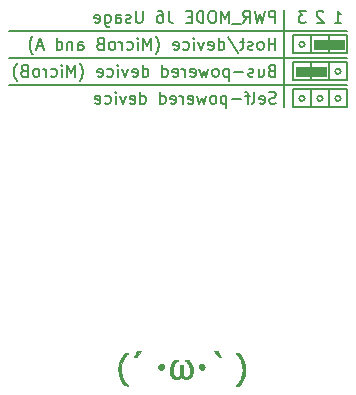
<source format=gbo>
G04 #@! TF.GenerationSoftware,KiCad,Pcbnew,5.1.5*
G04 #@! TF.CreationDate,2020-02-24T15:17:29+03:00*
G04 #@! TF.ProjectId,max3421eboard,6d617833-3432-4316-9562-6f6172642e6b,rev?*
G04 #@! TF.SameCoordinates,Original*
G04 #@! TF.FileFunction,Legend,Bot*
G04 #@! TF.FilePolarity,Positive*
%FSLAX46Y46*%
G04 Gerber Fmt 4.6, Leading zero omitted, Abs format (unit mm)*
G04 Created by KiCad (PCBNEW 5.1.5) date 2020-02-24 15:17:29*
%MOMM*%
%LPD*%
G04 APERTURE LIST*
%ADD10C,0.150000*%
%ADD11C,0.100000*%
%ADD12C,0.010000*%
G04 APERTURE END LIST*
D10*
X56515000Y-62865000D02*
X27940000Y-62865000D01*
X51181000Y-69342000D02*
X51181000Y-61087000D01*
X27940000Y-67437000D02*
X56515000Y-67437000D01*
X56515000Y-65151000D02*
X27940000Y-65151000D01*
D11*
G36*
X52197000Y-66675000D02*
G01*
X54737000Y-66675000D01*
X54737000Y-65913000D01*
X52197000Y-65913000D01*
X52197000Y-66675000D01*
G37*
X52197000Y-66675000D02*
X54737000Y-66675000D01*
X54737000Y-65913000D01*
X52197000Y-65913000D01*
X52197000Y-66675000D01*
G36*
X53721000Y-64389000D02*
G01*
X56261000Y-64389000D01*
X56261000Y-63627000D01*
X53721000Y-63627000D01*
X53721000Y-64389000D01*
G37*
X53721000Y-64389000D02*
X56261000Y-64389000D01*
X56261000Y-63627000D01*
X53721000Y-63627000D01*
X53721000Y-64389000D01*
D10*
X54457953Y-68580000D02*
G75*
G03X54457953Y-68580000I-228953J0D01*
G01*
X53467000Y-67818000D02*
X53467000Y-69342000D01*
X56515000Y-69342000D02*
X56515000Y-67818000D01*
X54991000Y-67818000D02*
X54991000Y-69342000D01*
X55981953Y-68580000D02*
G75*
G03X55981953Y-68580000I-228953J0D01*
G01*
X51943000Y-69342000D02*
X56515000Y-69342000D01*
X52933953Y-68580000D02*
G75*
G03X52933953Y-68580000I-228953J0D01*
G01*
X56515000Y-67818000D02*
X54991000Y-67818000D01*
X51943000Y-67818000D02*
X51943000Y-69342000D01*
X56515000Y-67818000D02*
X51943000Y-67818000D01*
X54457953Y-66294000D02*
G75*
G03X54457953Y-66294000I-228953J0D01*
G01*
X53467000Y-65532000D02*
X53467000Y-67056000D01*
X56515000Y-67056000D02*
X56515000Y-65532000D01*
X54991000Y-65532000D02*
X54991000Y-67056000D01*
X55981953Y-66294000D02*
G75*
G03X55981953Y-66294000I-228953J0D01*
G01*
X51943000Y-67056000D02*
X56515000Y-67056000D01*
X52933953Y-66294000D02*
G75*
G03X52933953Y-66294000I-228953J0D01*
G01*
X56515000Y-65532000D02*
X54991000Y-65532000D01*
X51943000Y-65532000D02*
X51943000Y-67056000D01*
X56515000Y-65532000D02*
X51943000Y-65532000D01*
X52933953Y-64008000D02*
G75*
G03X52933953Y-64008000I-228953J0D01*
G01*
X54457953Y-64008000D02*
G75*
G03X54457953Y-64008000I-228953J0D01*
G01*
X55981953Y-64008000D02*
G75*
G03X55981953Y-64008000I-228953J0D01*
G01*
X53467000Y-63246000D02*
X53467000Y-64770000D01*
X54991000Y-63246000D02*
X54991000Y-64770000D01*
X56515000Y-63246000D02*
X54991000Y-63246000D01*
X56515000Y-64770000D02*
X56515000Y-63246000D01*
X51943000Y-64770000D02*
X56515000Y-64770000D01*
X51943000Y-63246000D02*
X51943000Y-64770000D01*
X56515000Y-63246000D02*
X51943000Y-63246000D01*
D12*
G36*
X38760400Y-89997458D02*
G01*
X38636759Y-90251369D01*
X38513117Y-90505280D01*
X38693720Y-90505280D01*
X38736804Y-90446860D01*
X38755396Y-90421703D01*
X38783723Y-90383443D01*
X38819404Y-90335290D01*
X38860060Y-90280455D01*
X38903312Y-90222149D01*
X38925048Y-90192860D01*
X39070208Y-89997280D01*
X38760400Y-89997458D01*
G37*
X38760400Y-89997458D02*
X38636759Y-90251369D01*
X38513117Y-90505280D01*
X38693720Y-90505280D01*
X38736804Y-90446860D01*
X38755396Y-90421703D01*
X38783723Y-90383443D01*
X38819404Y-90335290D01*
X38860060Y-90280455D01*
X38903312Y-90222149D01*
X38925048Y-90192860D01*
X39070208Y-89997280D01*
X38760400Y-89997458D01*
G36*
X45325497Y-90051441D02*
G01*
X45342692Y-90075148D01*
X45369703Y-90112105D01*
X45404262Y-90159221D01*
X45444103Y-90213410D01*
X45486959Y-90271581D01*
X45511720Y-90305139D01*
X45659040Y-90504677D01*
X45747940Y-90504978D01*
X45787594Y-90504745D01*
X45818134Y-90503868D01*
X45834964Y-90502508D01*
X45836840Y-90501805D01*
X45832573Y-90492128D01*
X45820530Y-90466569D01*
X45801853Y-90427503D01*
X45777684Y-90377308D01*
X45749163Y-90318360D01*
X45717432Y-90253036D01*
X45714886Y-90247805D01*
X45592931Y-89997280D01*
X45286594Y-89997280D01*
X45325497Y-90051441D01*
G37*
X45325497Y-90051441D02*
X45342692Y-90075148D01*
X45369703Y-90112105D01*
X45404262Y-90159221D01*
X45444103Y-90213410D01*
X45486959Y-90271581D01*
X45511720Y-90305139D01*
X45659040Y-90504677D01*
X45747940Y-90504978D01*
X45787594Y-90504745D01*
X45818134Y-90503868D01*
X45834964Y-90502508D01*
X45836840Y-90501805D01*
X45832573Y-90492128D01*
X45820530Y-90466569D01*
X45801853Y-90427503D01*
X45777684Y-90377308D01*
X45749163Y-90318360D01*
X45717432Y-90253036D01*
X45714886Y-90247805D01*
X45592931Y-89997280D01*
X45286594Y-89997280D01*
X45325497Y-90051441D01*
G36*
X40735691Y-91072201D02*
G01*
X40675611Y-91093099D01*
X40619606Y-91131352D01*
X40610983Y-91139385D01*
X40568319Y-91193883D01*
X40543300Y-91255058D01*
X40535878Y-91319595D01*
X40546003Y-91384179D01*
X40573628Y-91445495D01*
X40616250Y-91497905D01*
X40670485Y-91536476D01*
X40732832Y-91558110D01*
X40799432Y-91562292D01*
X40866430Y-91548506D01*
X40897370Y-91535469D01*
X40955106Y-91496180D01*
X40997284Y-91444349D01*
X41022948Y-91381569D01*
X41031160Y-91313000D01*
X41022283Y-91245361D01*
X40997550Y-91186842D01*
X40959807Y-91138618D01*
X40911903Y-91101865D01*
X40856683Y-91077760D01*
X40796997Y-91067480D01*
X40735691Y-91072201D01*
G37*
X40735691Y-91072201D02*
X40675611Y-91093099D01*
X40619606Y-91131352D01*
X40610983Y-91139385D01*
X40568319Y-91193883D01*
X40543300Y-91255058D01*
X40535878Y-91319595D01*
X40546003Y-91384179D01*
X40573628Y-91445495D01*
X40616250Y-91497905D01*
X40670485Y-91536476D01*
X40732832Y-91558110D01*
X40799432Y-91562292D01*
X40866430Y-91548506D01*
X40897370Y-91535469D01*
X40955106Y-91496180D01*
X40997284Y-91444349D01*
X41022948Y-91381569D01*
X41031160Y-91313000D01*
X41022283Y-91245361D01*
X40997550Y-91186842D01*
X40959807Y-91138618D01*
X40911903Y-91101865D01*
X40856683Y-91077760D01*
X40796997Y-91067480D01*
X40735691Y-91072201D01*
G36*
X44169771Y-91072201D02*
G01*
X44109691Y-91093099D01*
X44053686Y-91131352D01*
X44045063Y-91139385D01*
X44002399Y-91193883D01*
X43977380Y-91255058D01*
X43969958Y-91319595D01*
X43980083Y-91384179D01*
X44007708Y-91445495D01*
X44050330Y-91497905D01*
X44104565Y-91536476D01*
X44166912Y-91558110D01*
X44233512Y-91562292D01*
X44300510Y-91548506D01*
X44331450Y-91535469D01*
X44389186Y-91496180D01*
X44431364Y-91444349D01*
X44457028Y-91381569D01*
X44465240Y-91313000D01*
X44456363Y-91245361D01*
X44431630Y-91186842D01*
X44393887Y-91138618D01*
X44345983Y-91101865D01*
X44290763Y-91077760D01*
X44231077Y-91067480D01*
X44169771Y-91072201D01*
G37*
X44169771Y-91072201D02*
X44109691Y-91093099D01*
X44053686Y-91131352D01*
X44045063Y-91139385D01*
X44002399Y-91193883D01*
X43977380Y-91255058D01*
X43969958Y-91319595D01*
X43980083Y-91384179D01*
X44007708Y-91445495D01*
X44050330Y-91497905D01*
X44104565Y-91536476D01*
X44166912Y-91558110D01*
X44233512Y-91562292D01*
X44300510Y-91548506D01*
X44331450Y-91535469D01*
X44389186Y-91496180D01*
X44431364Y-91444349D01*
X44457028Y-91381569D01*
X44465240Y-91313000D01*
X44456363Y-91245361D01*
X44431630Y-91186842D01*
X44393887Y-91138618D01*
X44345983Y-91101865D01*
X44290763Y-91077760D01*
X44231077Y-91067480D01*
X44169771Y-91072201D01*
G36*
X42924414Y-90770002D02*
G01*
X42880490Y-90771548D01*
X42848233Y-90773867D01*
X42831220Y-90776751D01*
X42829480Y-90778076D01*
X42836644Y-90788372D01*
X42855640Y-90807931D01*
X42882726Y-90832962D01*
X42889924Y-90839284D01*
X42952207Y-90900237D01*
X43015011Y-90973722D01*
X43072950Y-91052829D01*
X43120641Y-91130646D01*
X43128383Y-91145269D01*
X43184483Y-91273313D01*
X43221914Y-91403945D01*
X43241275Y-91540033D01*
X43243163Y-91684446D01*
X43242704Y-91694000D01*
X43231043Y-91808864D01*
X43208570Y-91907107D01*
X43175015Y-91989476D01*
X43130110Y-92056722D01*
X43101613Y-92086489D01*
X43050289Y-92126006D01*
X42996762Y-92149802D01*
X42935506Y-92159715D01*
X42882991Y-92159258D01*
X42804329Y-92147680D01*
X42739417Y-92122391D01*
X42685864Y-92082026D01*
X42641282Y-92025222D01*
X42637545Y-92019120D01*
X42632222Y-92009640D01*
X42627866Y-91999309D01*
X42624379Y-91986111D01*
X42621665Y-91968031D01*
X42619627Y-91943053D01*
X42618167Y-91909162D01*
X42617189Y-91864344D01*
X42616596Y-91806583D01*
X42616291Y-91733863D01*
X42616177Y-91644170D01*
X42616158Y-91574620D01*
X42616120Y-91165680D01*
X42392600Y-91165680D01*
X42392498Y-91993720D01*
X42354449Y-92043516D01*
X42317239Y-92083007D01*
X42272354Y-92117644D01*
X42260520Y-92124796D01*
X42232323Y-92139754D01*
X42208162Y-92149052D01*
X42181604Y-92154017D01*
X42146214Y-92155979D01*
X42108120Y-92156280D01*
X42060905Y-92155689D01*
X42027916Y-92153137D01*
X42003075Y-92147458D01*
X41980306Y-92137482D01*
X41964734Y-92128728D01*
X41901564Y-92080118D01*
X41850350Y-92015516D01*
X41811022Y-91934765D01*
X41783507Y-91837713D01*
X41767736Y-91724203D01*
X41765896Y-91698054D01*
X41766549Y-91559317D01*
X41784363Y-91421756D01*
X41818509Y-91289621D01*
X41868158Y-91167159D01*
X41870423Y-91162586D01*
X41915443Y-91080694D01*
X41965829Y-91006726D01*
X42026128Y-90934552D01*
X42084497Y-90874047D01*
X42119721Y-90838882D01*
X42149009Y-90808880D01*
X42169660Y-90786867D01*
X42178975Y-90775665D01*
X42179240Y-90774987D01*
X42169677Y-90773024D01*
X42143371Y-90771365D01*
X42103898Y-90770147D01*
X42054835Y-90769505D01*
X42032291Y-90769440D01*
X41885341Y-90769440D01*
X41833926Y-90831221D01*
X41732279Y-90966655D01*
X41650474Y-91104768D01*
X41588635Y-91245314D01*
X41546885Y-91388051D01*
X41542385Y-91409520D01*
X41533747Y-91470860D01*
X41528726Y-91545308D01*
X41527296Y-91626224D01*
X41529429Y-91706963D01*
X41535099Y-91780883D01*
X41544140Y-91840686D01*
X41576318Y-91957558D01*
X41620588Y-92061590D01*
X41676052Y-92151644D01*
X41741814Y-92226579D01*
X41816977Y-92285258D01*
X41900644Y-92326541D01*
X41935400Y-92337684D01*
X42039933Y-92357155D01*
X42140633Y-92357434D01*
X42236195Y-92338757D01*
X42325312Y-92301361D01*
X42395759Y-92254444D01*
X42425167Y-92228005D01*
X42455284Y-92196226D01*
X42480924Y-92165017D01*
X42496903Y-92140290D01*
X42497971Y-92137928D01*
X42507126Y-92135411D01*
X42524035Y-92150328D01*
X42524785Y-92151200D01*
X42584686Y-92216653D01*
X42639790Y-92266414D01*
X42693725Y-92303279D01*
X42750122Y-92330048D01*
X42762781Y-92334706D01*
X42828253Y-92351111D01*
X42902274Y-92359137D01*
X42974504Y-92357891D01*
X42998115Y-92354996D01*
X43089671Y-92333472D01*
X43169374Y-92298472D01*
X43242504Y-92247445D01*
X43268672Y-92224254D01*
X43335982Y-92147860D01*
X43391195Y-92057362D01*
X43434046Y-91955172D01*
X43464273Y-91843703D01*
X43481614Y-91725368D01*
X43485806Y-91602580D01*
X43476585Y-91477751D01*
X43453690Y-91353295D01*
X43416857Y-91231625D01*
X43385141Y-91154794D01*
X43353039Y-91092507D01*
X43310912Y-91021619D01*
X43262734Y-90948255D01*
X43212482Y-90878542D01*
X43176323Y-90832940D01*
X43123380Y-90769440D01*
X42976430Y-90769440D01*
X42924414Y-90770002D01*
G37*
X42924414Y-90770002D02*
X42880490Y-90771548D01*
X42848233Y-90773867D01*
X42831220Y-90776751D01*
X42829480Y-90778076D01*
X42836644Y-90788372D01*
X42855640Y-90807931D01*
X42882726Y-90832962D01*
X42889924Y-90839284D01*
X42952207Y-90900237D01*
X43015011Y-90973722D01*
X43072950Y-91052829D01*
X43120641Y-91130646D01*
X43128383Y-91145269D01*
X43184483Y-91273313D01*
X43221914Y-91403945D01*
X43241275Y-91540033D01*
X43243163Y-91684446D01*
X43242704Y-91694000D01*
X43231043Y-91808864D01*
X43208570Y-91907107D01*
X43175015Y-91989476D01*
X43130110Y-92056722D01*
X43101613Y-92086489D01*
X43050289Y-92126006D01*
X42996762Y-92149802D01*
X42935506Y-92159715D01*
X42882991Y-92159258D01*
X42804329Y-92147680D01*
X42739417Y-92122391D01*
X42685864Y-92082026D01*
X42641282Y-92025222D01*
X42637545Y-92019120D01*
X42632222Y-92009640D01*
X42627866Y-91999309D01*
X42624379Y-91986111D01*
X42621665Y-91968031D01*
X42619627Y-91943053D01*
X42618167Y-91909162D01*
X42617189Y-91864344D01*
X42616596Y-91806583D01*
X42616291Y-91733863D01*
X42616177Y-91644170D01*
X42616158Y-91574620D01*
X42616120Y-91165680D01*
X42392600Y-91165680D01*
X42392498Y-91993720D01*
X42354449Y-92043516D01*
X42317239Y-92083007D01*
X42272354Y-92117644D01*
X42260520Y-92124796D01*
X42232323Y-92139754D01*
X42208162Y-92149052D01*
X42181604Y-92154017D01*
X42146214Y-92155979D01*
X42108120Y-92156280D01*
X42060905Y-92155689D01*
X42027916Y-92153137D01*
X42003075Y-92147458D01*
X41980306Y-92137482D01*
X41964734Y-92128728D01*
X41901564Y-92080118D01*
X41850350Y-92015516D01*
X41811022Y-91934765D01*
X41783507Y-91837713D01*
X41767736Y-91724203D01*
X41765896Y-91698054D01*
X41766549Y-91559317D01*
X41784363Y-91421756D01*
X41818509Y-91289621D01*
X41868158Y-91167159D01*
X41870423Y-91162586D01*
X41915443Y-91080694D01*
X41965829Y-91006726D01*
X42026128Y-90934552D01*
X42084497Y-90874047D01*
X42119721Y-90838882D01*
X42149009Y-90808880D01*
X42169660Y-90786867D01*
X42178975Y-90775665D01*
X42179240Y-90774987D01*
X42169677Y-90773024D01*
X42143371Y-90771365D01*
X42103898Y-90770147D01*
X42054835Y-90769505D01*
X42032291Y-90769440D01*
X41885341Y-90769440D01*
X41833926Y-90831221D01*
X41732279Y-90966655D01*
X41650474Y-91104768D01*
X41588635Y-91245314D01*
X41546885Y-91388051D01*
X41542385Y-91409520D01*
X41533747Y-91470860D01*
X41528726Y-91545308D01*
X41527296Y-91626224D01*
X41529429Y-91706963D01*
X41535099Y-91780883D01*
X41544140Y-91840686D01*
X41576318Y-91957558D01*
X41620588Y-92061590D01*
X41676052Y-92151644D01*
X41741814Y-92226579D01*
X41816977Y-92285258D01*
X41900644Y-92326541D01*
X41935400Y-92337684D01*
X42039933Y-92357155D01*
X42140633Y-92357434D01*
X42236195Y-92338757D01*
X42325312Y-92301361D01*
X42395759Y-92254444D01*
X42425167Y-92228005D01*
X42455284Y-92196226D01*
X42480924Y-92165017D01*
X42496903Y-92140290D01*
X42497971Y-92137928D01*
X42507126Y-92135411D01*
X42524035Y-92150328D01*
X42524785Y-92151200D01*
X42584686Y-92216653D01*
X42639790Y-92266414D01*
X42693725Y-92303279D01*
X42750122Y-92330048D01*
X42762781Y-92334706D01*
X42828253Y-92351111D01*
X42902274Y-92359137D01*
X42974504Y-92357891D01*
X42998115Y-92354996D01*
X43089671Y-92333472D01*
X43169374Y-92298472D01*
X43242504Y-92247445D01*
X43268672Y-92224254D01*
X43335982Y-92147860D01*
X43391195Y-92057362D01*
X43434046Y-91955172D01*
X43464273Y-91843703D01*
X43481614Y-91725368D01*
X43485806Y-91602580D01*
X43476585Y-91477751D01*
X43453690Y-91353295D01*
X43416857Y-91231625D01*
X43385141Y-91154794D01*
X43353039Y-91092507D01*
X43310912Y-91021619D01*
X43262734Y-90948255D01*
X43212482Y-90878542D01*
X43176323Y-90832940D01*
X43123380Y-90769440D01*
X42976430Y-90769440D01*
X42924414Y-90770002D01*
G36*
X37907976Y-90161097D02*
G01*
X37859144Y-90161731D01*
X37838805Y-90162101D01*
X37694450Y-90164920D01*
X37644845Y-90225880D01*
X37592581Y-90294376D01*
X37536396Y-90375321D01*
X37480283Y-90462446D01*
X37428235Y-90549484D01*
X37384244Y-90630167D01*
X37373018Y-90652600D01*
X37295965Y-90832799D01*
X37237179Y-91018858D01*
X37196671Y-91209020D01*
X37174451Y-91401529D01*
X37170529Y-91594629D01*
X37184916Y-91786565D01*
X37217624Y-91975580D01*
X37268661Y-92159918D01*
X37338039Y-92337824D01*
X37362568Y-92389960D01*
X37405530Y-92471056D01*
X37458329Y-92560456D01*
X37516817Y-92651720D01*
X37576850Y-92738406D01*
X37634282Y-92814075D01*
X37640516Y-92821760D01*
X37694522Y-92887800D01*
X37845672Y-92890621D01*
X37996821Y-92893443D01*
X37949676Y-92851944D01*
X37909501Y-92812928D01*
X37862255Y-92761209D01*
X37811657Y-92701302D01*
X37761427Y-92637723D01*
X37715284Y-92574984D01*
X37686246Y-92532200D01*
X37590479Y-92366737D01*
X37513294Y-92195086D01*
X37454564Y-92018653D01*
X37414159Y-91838846D01*
X37391951Y-91657071D01*
X37387811Y-91474735D01*
X37401611Y-91293246D01*
X37433223Y-91114011D01*
X37482516Y-90938437D01*
X37549364Y-90767931D01*
X37633637Y-90603900D01*
X37735207Y-90447750D01*
X37853946Y-90300890D01*
X37894116Y-90257579D01*
X37927649Y-90222373D01*
X37955402Y-90192855D01*
X37974710Y-90171891D01*
X37982906Y-90162345D01*
X37983016Y-90162101D01*
X37973514Y-90161281D01*
X37947299Y-90160947D01*
X37907976Y-90161097D01*
G37*
X37907976Y-90161097D02*
X37859144Y-90161731D01*
X37838805Y-90162101D01*
X37694450Y-90164920D01*
X37644845Y-90225880D01*
X37592581Y-90294376D01*
X37536396Y-90375321D01*
X37480283Y-90462446D01*
X37428235Y-90549484D01*
X37384244Y-90630167D01*
X37373018Y-90652600D01*
X37295965Y-90832799D01*
X37237179Y-91018858D01*
X37196671Y-91209020D01*
X37174451Y-91401529D01*
X37170529Y-91594629D01*
X37184916Y-91786565D01*
X37217624Y-91975580D01*
X37268661Y-92159918D01*
X37338039Y-92337824D01*
X37362568Y-92389960D01*
X37405530Y-92471056D01*
X37458329Y-92560456D01*
X37516817Y-92651720D01*
X37576850Y-92738406D01*
X37634282Y-92814075D01*
X37640516Y-92821760D01*
X37694522Y-92887800D01*
X37845672Y-92890621D01*
X37996821Y-92893443D01*
X37949676Y-92851944D01*
X37909501Y-92812928D01*
X37862255Y-92761209D01*
X37811657Y-92701302D01*
X37761427Y-92637723D01*
X37715284Y-92574984D01*
X37686246Y-92532200D01*
X37590479Y-92366737D01*
X37513294Y-92195086D01*
X37454564Y-92018653D01*
X37414159Y-91838846D01*
X37391951Y-91657071D01*
X37387811Y-91474735D01*
X37401611Y-91293246D01*
X37433223Y-91114011D01*
X37482516Y-90938437D01*
X37549364Y-90767931D01*
X37633637Y-90603900D01*
X37735207Y-90447750D01*
X37853946Y-90300890D01*
X37894116Y-90257579D01*
X37927649Y-90222373D01*
X37955402Y-90192855D01*
X37974710Y-90171891D01*
X37982906Y-90162345D01*
X37983016Y-90162101D01*
X37973514Y-90161281D01*
X37947299Y-90160947D01*
X37907976Y-90161097D01*
G36*
X47165499Y-90238580D02*
G01*
X47269478Y-90351979D01*
X47362485Y-90475632D01*
X47446862Y-90612927D01*
X47512227Y-90740107D01*
X47586982Y-90919987D01*
X47641971Y-91103182D01*
X47677191Y-91288636D01*
X47692638Y-91475295D01*
X47688309Y-91662103D01*
X47664200Y-91848003D01*
X47620308Y-92031940D01*
X47556628Y-92212858D01*
X47517637Y-92301282D01*
X47435695Y-92458612D01*
X47345315Y-92599902D01*
X47244215Y-92728477D01*
X47169451Y-92809060D01*
X47086599Y-92892880D01*
X47380285Y-92892880D01*
X47435148Y-92824300D01*
X47553877Y-92665195D01*
X47653694Y-92507568D01*
X47735625Y-92348972D01*
X47800695Y-92186959D01*
X47849930Y-92019080D01*
X47884356Y-91842888D01*
X47900093Y-91714320D01*
X47908938Y-91515885D01*
X47897732Y-91318934D01*
X47866736Y-91124293D01*
X47816206Y-90932791D01*
X47746404Y-90745254D01*
X47657587Y-90562511D01*
X47550015Y-90385388D01*
X47434954Y-90228420D01*
X47380285Y-90159840D01*
X47086151Y-90159840D01*
X47165499Y-90238580D01*
G37*
X47165499Y-90238580D02*
X47269478Y-90351979D01*
X47362485Y-90475632D01*
X47446862Y-90612927D01*
X47512227Y-90740107D01*
X47586982Y-90919987D01*
X47641971Y-91103182D01*
X47677191Y-91288636D01*
X47692638Y-91475295D01*
X47688309Y-91662103D01*
X47664200Y-91848003D01*
X47620308Y-92031940D01*
X47556628Y-92212858D01*
X47517637Y-92301282D01*
X47435695Y-92458612D01*
X47345315Y-92599902D01*
X47244215Y-92728477D01*
X47169451Y-92809060D01*
X47086599Y-92892880D01*
X47380285Y-92892880D01*
X47435148Y-92824300D01*
X47553877Y-92665195D01*
X47653694Y-92507568D01*
X47735625Y-92348972D01*
X47800695Y-92186959D01*
X47849930Y-92019080D01*
X47884356Y-91842888D01*
X47900093Y-91714320D01*
X47908938Y-91515885D01*
X47897732Y-91318934D01*
X47866736Y-91124293D01*
X47816206Y-90932791D01*
X47746404Y-90745254D01*
X47657587Y-90562511D01*
X47550015Y-90385388D01*
X47434954Y-90228420D01*
X47380285Y-90159840D01*
X47086151Y-90159840D01*
X47165499Y-90238580D01*
D10*
X50512023Y-68984761D02*
X50369166Y-69032380D01*
X50131071Y-69032380D01*
X50035833Y-68984761D01*
X49988214Y-68937142D01*
X49940595Y-68841904D01*
X49940595Y-68746666D01*
X49988214Y-68651428D01*
X50035833Y-68603809D01*
X50131071Y-68556190D01*
X50321547Y-68508571D01*
X50416785Y-68460952D01*
X50464404Y-68413333D01*
X50512023Y-68318095D01*
X50512023Y-68222857D01*
X50464404Y-68127619D01*
X50416785Y-68080000D01*
X50321547Y-68032380D01*
X50083452Y-68032380D01*
X49940595Y-68080000D01*
X49131071Y-68984761D02*
X49226309Y-69032380D01*
X49416785Y-69032380D01*
X49512023Y-68984761D01*
X49559642Y-68889523D01*
X49559642Y-68508571D01*
X49512023Y-68413333D01*
X49416785Y-68365714D01*
X49226309Y-68365714D01*
X49131071Y-68413333D01*
X49083452Y-68508571D01*
X49083452Y-68603809D01*
X49559642Y-68699047D01*
X48512023Y-69032380D02*
X48607261Y-68984761D01*
X48654880Y-68889523D01*
X48654880Y-68032380D01*
X48273928Y-68365714D02*
X47892976Y-68365714D01*
X48131071Y-69032380D02*
X48131071Y-68175238D01*
X48083452Y-68080000D01*
X47988214Y-68032380D01*
X47892976Y-68032380D01*
X47559642Y-68651428D02*
X46797738Y-68651428D01*
X46321547Y-68365714D02*
X46321547Y-69365714D01*
X46321547Y-68413333D02*
X46226309Y-68365714D01*
X46035833Y-68365714D01*
X45940595Y-68413333D01*
X45892976Y-68460952D01*
X45845357Y-68556190D01*
X45845357Y-68841904D01*
X45892976Y-68937142D01*
X45940595Y-68984761D01*
X46035833Y-69032380D01*
X46226309Y-69032380D01*
X46321547Y-68984761D01*
X45273928Y-69032380D02*
X45369166Y-68984761D01*
X45416785Y-68937142D01*
X45464404Y-68841904D01*
X45464404Y-68556190D01*
X45416785Y-68460952D01*
X45369166Y-68413333D01*
X45273928Y-68365714D01*
X45131071Y-68365714D01*
X45035833Y-68413333D01*
X44988214Y-68460952D01*
X44940595Y-68556190D01*
X44940595Y-68841904D01*
X44988214Y-68937142D01*
X45035833Y-68984761D01*
X45131071Y-69032380D01*
X45273928Y-69032380D01*
X44607261Y-68365714D02*
X44416785Y-69032380D01*
X44226309Y-68556190D01*
X44035833Y-69032380D01*
X43845357Y-68365714D01*
X43083452Y-68984761D02*
X43178690Y-69032380D01*
X43369166Y-69032380D01*
X43464404Y-68984761D01*
X43512023Y-68889523D01*
X43512023Y-68508571D01*
X43464404Y-68413333D01*
X43369166Y-68365714D01*
X43178690Y-68365714D01*
X43083452Y-68413333D01*
X43035833Y-68508571D01*
X43035833Y-68603809D01*
X43512023Y-68699047D01*
X42607261Y-69032380D02*
X42607261Y-68365714D01*
X42607261Y-68556190D02*
X42559642Y-68460952D01*
X42512023Y-68413333D01*
X42416785Y-68365714D01*
X42321547Y-68365714D01*
X41607261Y-68984761D02*
X41702500Y-69032380D01*
X41892976Y-69032380D01*
X41988214Y-68984761D01*
X42035833Y-68889523D01*
X42035833Y-68508571D01*
X41988214Y-68413333D01*
X41892976Y-68365714D01*
X41702500Y-68365714D01*
X41607261Y-68413333D01*
X41559642Y-68508571D01*
X41559642Y-68603809D01*
X42035833Y-68699047D01*
X40702500Y-69032380D02*
X40702500Y-68032380D01*
X40702500Y-68984761D02*
X40797738Y-69032380D01*
X40988214Y-69032380D01*
X41083452Y-68984761D01*
X41131071Y-68937142D01*
X41178690Y-68841904D01*
X41178690Y-68556190D01*
X41131071Y-68460952D01*
X41083452Y-68413333D01*
X40988214Y-68365714D01*
X40797738Y-68365714D01*
X40702500Y-68413333D01*
X39035833Y-69032380D02*
X39035833Y-68032380D01*
X39035833Y-68984761D02*
X39131071Y-69032380D01*
X39321547Y-69032380D01*
X39416785Y-68984761D01*
X39464404Y-68937142D01*
X39512023Y-68841904D01*
X39512023Y-68556190D01*
X39464404Y-68460952D01*
X39416785Y-68413333D01*
X39321547Y-68365714D01*
X39131071Y-68365714D01*
X39035833Y-68413333D01*
X38178690Y-68984761D02*
X38273928Y-69032380D01*
X38464404Y-69032380D01*
X38559642Y-68984761D01*
X38607261Y-68889523D01*
X38607261Y-68508571D01*
X38559642Y-68413333D01*
X38464404Y-68365714D01*
X38273928Y-68365714D01*
X38178690Y-68413333D01*
X38131071Y-68508571D01*
X38131071Y-68603809D01*
X38607261Y-68699047D01*
X37797738Y-68365714D02*
X37559642Y-69032380D01*
X37321547Y-68365714D01*
X36940595Y-69032380D02*
X36940595Y-68365714D01*
X36940595Y-68032380D02*
X36988214Y-68080000D01*
X36940595Y-68127619D01*
X36892976Y-68080000D01*
X36940595Y-68032380D01*
X36940595Y-68127619D01*
X36035833Y-68984761D02*
X36131071Y-69032380D01*
X36321547Y-69032380D01*
X36416785Y-68984761D01*
X36464404Y-68937142D01*
X36512023Y-68841904D01*
X36512023Y-68556190D01*
X36464404Y-68460952D01*
X36416785Y-68413333D01*
X36321547Y-68365714D01*
X36131071Y-68365714D01*
X36035833Y-68413333D01*
X35226309Y-68984761D02*
X35321547Y-69032380D01*
X35512023Y-69032380D01*
X35607261Y-68984761D01*
X35654880Y-68889523D01*
X35654880Y-68508571D01*
X35607261Y-68413333D01*
X35512023Y-68365714D01*
X35321547Y-68365714D01*
X35226309Y-68413333D01*
X35178690Y-68508571D01*
X35178690Y-68603809D01*
X35654880Y-68699047D01*
X50464404Y-64460380D02*
X50464404Y-63460380D01*
X50464404Y-63936571D02*
X49892976Y-63936571D01*
X49892976Y-64460380D02*
X49892976Y-63460380D01*
X49273928Y-64460380D02*
X49369166Y-64412761D01*
X49416785Y-64365142D01*
X49464404Y-64269904D01*
X49464404Y-63984190D01*
X49416785Y-63888952D01*
X49369166Y-63841333D01*
X49273928Y-63793714D01*
X49131071Y-63793714D01*
X49035833Y-63841333D01*
X48988214Y-63888952D01*
X48940595Y-63984190D01*
X48940595Y-64269904D01*
X48988214Y-64365142D01*
X49035833Y-64412761D01*
X49131071Y-64460380D01*
X49273928Y-64460380D01*
X48559642Y-64412761D02*
X48464404Y-64460380D01*
X48273928Y-64460380D01*
X48178690Y-64412761D01*
X48131071Y-64317523D01*
X48131071Y-64269904D01*
X48178690Y-64174666D01*
X48273928Y-64127047D01*
X48416785Y-64127047D01*
X48512023Y-64079428D01*
X48559642Y-63984190D01*
X48559642Y-63936571D01*
X48512023Y-63841333D01*
X48416785Y-63793714D01*
X48273928Y-63793714D01*
X48178690Y-63841333D01*
X47845357Y-63793714D02*
X47464404Y-63793714D01*
X47702500Y-63460380D02*
X47702500Y-64317523D01*
X47654880Y-64412761D01*
X47559642Y-64460380D01*
X47464404Y-64460380D01*
X46416785Y-63412761D02*
X47273928Y-64698476D01*
X45654880Y-64460380D02*
X45654880Y-63460380D01*
X45654880Y-64412761D02*
X45750119Y-64460380D01*
X45940595Y-64460380D01*
X46035833Y-64412761D01*
X46083452Y-64365142D01*
X46131071Y-64269904D01*
X46131071Y-63984190D01*
X46083452Y-63888952D01*
X46035833Y-63841333D01*
X45940595Y-63793714D01*
X45750119Y-63793714D01*
X45654880Y-63841333D01*
X44797738Y-64412761D02*
X44892976Y-64460380D01*
X45083452Y-64460380D01*
X45178690Y-64412761D01*
X45226309Y-64317523D01*
X45226309Y-63936571D01*
X45178690Y-63841333D01*
X45083452Y-63793714D01*
X44892976Y-63793714D01*
X44797738Y-63841333D01*
X44750119Y-63936571D01*
X44750119Y-64031809D01*
X45226309Y-64127047D01*
X44416785Y-63793714D02*
X44178690Y-64460380D01*
X43940595Y-63793714D01*
X43559642Y-64460380D02*
X43559642Y-63793714D01*
X43559642Y-63460380D02*
X43607261Y-63508000D01*
X43559642Y-63555619D01*
X43512023Y-63508000D01*
X43559642Y-63460380D01*
X43559642Y-63555619D01*
X42654880Y-64412761D02*
X42750119Y-64460380D01*
X42940595Y-64460380D01*
X43035833Y-64412761D01*
X43083452Y-64365142D01*
X43131071Y-64269904D01*
X43131071Y-63984190D01*
X43083452Y-63888952D01*
X43035833Y-63841333D01*
X42940595Y-63793714D01*
X42750119Y-63793714D01*
X42654880Y-63841333D01*
X41845357Y-64412761D02*
X41940595Y-64460380D01*
X42131071Y-64460380D01*
X42226309Y-64412761D01*
X42273928Y-64317523D01*
X42273928Y-63936571D01*
X42226309Y-63841333D01*
X42131071Y-63793714D01*
X41940595Y-63793714D01*
X41845357Y-63841333D01*
X41797738Y-63936571D01*
X41797738Y-64031809D01*
X42273928Y-64127047D01*
X40321547Y-64841333D02*
X40369166Y-64793714D01*
X40464404Y-64650857D01*
X40512023Y-64555619D01*
X40559642Y-64412761D01*
X40607261Y-64174666D01*
X40607261Y-63984190D01*
X40559642Y-63746095D01*
X40512023Y-63603238D01*
X40464404Y-63508000D01*
X40369166Y-63365142D01*
X40321547Y-63317523D01*
X39940595Y-64460380D02*
X39940595Y-63460380D01*
X39607261Y-64174666D01*
X39273928Y-63460380D01*
X39273928Y-64460380D01*
X38797738Y-64460380D02*
X38797738Y-63793714D01*
X38797738Y-63460380D02*
X38845357Y-63508000D01*
X38797738Y-63555619D01*
X38750119Y-63508000D01*
X38797738Y-63460380D01*
X38797738Y-63555619D01*
X37892976Y-64412761D02*
X37988214Y-64460380D01*
X38178690Y-64460380D01*
X38273928Y-64412761D01*
X38321547Y-64365142D01*
X38369166Y-64269904D01*
X38369166Y-63984190D01*
X38321547Y-63888952D01*
X38273928Y-63841333D01*
X38178690Y-63793714D01*
X37988214Y-63793714D01*
X37892976Y-63841333D01*
X37464404Y-64460380D02*
X37464404Y-63793714D01*
X37464404Y-63984190D02*
X37416785Y-63888952D01*
X37369166Y-63841333D01*
X37273928Y-63793714D01*
X37178690Y-63793714D01*
X36702500Y-64460380D02*
X36797738Y-64412761D01*
X36845357Y-64365142D01*
X36892976Y-64269904D01*
X36892976Y-63984190D01*
X36845357Y-63888952D01*
X36797738Y-63841333D01*
X36702500Y-63793714D01*
X36559642Y-63793714D01*
X36464404Y-63841333D01*
X36416785Y-63888952D01*
X36369166Y-63984190D01*
X36369166Y-64269904D01*
X36416785Y-64365142D01*
X36464404Y-64412761D01*
X36559642Y-64460380D01*
X36702500Y-64460380D01*
X35607261Y-63936571D02*
X35464404Y-63984190D01*
X35416785Y-64031809D01*
X35369166Y-64127047D01*
X35369166Y-64269904D01*
X35416785Y-64365142D01*
X35464404Y-64412761D01*
X35559642Y-64460380D01*
X35940595Y-64460380D01*
X35940595Y-63460380D01*
X35607261Y-63460380D01*
X35512023Y-63508000D01*
X35464404Y-63555619D01*
X35416785Y-63650857D01*
X35416785Y-63746095D01*
X35464404Y-63841333D01*
X35512023Y-63888952D01*
X35607261Y-63936571D01*
X35940595Y-63936571D01*
X33750119Y-64460380D02*
X33750119Y-63936571D01*
X33797738Y-63841333D01*
X33892976Y-63793714D01*
X34083452Y-63793714D01*
X34178690Y-63841333D01*
X33750119Y-64412761D02*
X33845357Y-64460380D01*
X34083452Y-64460380D01*
X34178690Y-64412761D01*
X34226309Y-64317523D01*
X34226309Y-64222285D01*
X34178690Y-64127047D01*
X34083452Y-64079428D01*
X33845357Y-64079428D01*
X33750119Y-64031809D01*
X33273928Y-63793714D02*
X33273928Y-64460380D01*
X33273928Y-63888952D02*
X33226309Y-63841333D01*
X33131071Y-63793714D01*
X32988214Y-63793714D01*
X32892976Y-63841333D01*
X32845357Y-63936571D01*
X32845357Y-64460380D01*
X31940595Y-64460380D02*
X31940595Y-63460380D01*
X31940595Y-64412761D02*
X32035833Y-64460380D01*
X32226309Y-64460380D01*
X32321547Y-64412761D01*
X32369166Y-64365142D01*
X32416785Y-64269904D01*
X32416785Y-63984190D01*
X32369166Y-63888952D01*
X32321547Y-63841333D01*
X32226309Y-63793714D01*
X32035833Y-63793714D01*
X31940595Y-63841333D01*
X30750119Y-64174666D02*
X30273928Y-64174666D01*
X30845357Y-64460380D02*
X30512023Y-63460380D01*
X30178690Y-64460380D01*
X29940595Y-64841333D02*
X29892976Y-64793714D01*
X29797738Y-64650857D01*
X29750119Y-64555619D01*
X29702500Y-64412761D01*
X29654880Y-64174666D01*
X29654880Y-63984190D01*
X29702500Y-63746095D01*
X29750119Y-63603238D01*
X29797738Y-63508000D01*
X29892976Y-63365142D01*
X29940595Y-63317523D01*
X50131071Y-66222571D02*
X49988214Y-66270190D01*
X49940595Y-66317809D01*
X49892976Y-66413047D01*
X49892976Y-66555904D01*
X49940595Y-66651142D01*
X49988214Y-66698761D01*
X50083452Y-66746380D01*
X50464404Y-66746380D01*
X50464404Y-65746380D01*
X50131071Y-65746380D01*
X50035833Y-65794000D01*
X49988214Y-65841619D01*
X49940595Y-65936857D01*
X49940595Y-66032095D01*
X49988214Y-66127333D01*
X50035833Y-66174952D01*
X50131071Y-66222571D01*
X50464404Y-66222571D01*
X49035833Y-66079714D02*
X49035833Y-66746380D01*
X49464404Y-66079714D02*
X49464404Y-66603523D01*
X49416785Y-66698761D01*
X49321547Y-66746380D01*
X49178690Y-66746380D01*
X49083452Y-66698761D01*
X49035833Y-66651142D01*
X48607261Y-66698761D02*
X48512023Y-66746380D01*
X48321547Y-66746380D01*
X48226309Y-66698761D01*
X48178690Y-66603523D01*
X48178690Y-66555904D01*
X48226309Y-66460666D01*
X48321547Y-66413047D01*
X48464404Y-66413047D01*
X48559642Y-66365428D01*
X48607261Y-66270190D01*
X48607261Y-66222571D01*
X48559642Y-66127333D01*
X48464404Y-66079714D01*
X48321547Y-66079714D01*
X48226309Y-66127333D01*
X47750119Y-66365428D02*
X46988214Y-66365428D01*
X46512023Y-66079714D02*
X46512023Y-67079714D01*
X46512023Y-66127333D02*
X46416785Y-66079714D01*
X46226309Y-66079714D01*
X46131071Y-66127333D01*
X46083452Y-66174952D01*
X46035833Y-66270190D01*
X46035833Y-66555904D01*
X46083452Y-66651142D01*
X46131071Y-66698761D01*
X46226309Y-66746380D01*
X46416785Y-66746380D01*
X46512023Y-66698761D01*
X45464404Y-66746380D02*
X45559642Y-66698761D01*
X45607261Y-66651142D01*
X45654880Y-66555904D01*
X45654880Y-66270190D01*
X45607261Y-66174952D01*
X45559642Y-66127333D01*
X45464404Y-66079714D01*
X45321547Y-66079714D01*
X45226309Y-66127333D01*
X45178690Y-66174952D01*
X45131071Y-66270190D01*
X45131071Y-66555904D01*
X45178690Y-66651142D01*
X45226309Y-66698761D01*
X45321547Y-66746380D01*
X45464404Y-66746380D01*
X44797738Y-66079714D02*
X44607261Y-66746380D01*
X44416785Y-66270190D01*
X44226309Y-66746380D01*
X44035833Y-66079714D01*
X43273928Y-66698761D02*
X43369166Y-66746380D01*
X43559642Y-66746380D01*
X43654880Y-66698761D01*
X43702500Y-66603523D01*
X43702500Y-66222571D01*
X43654880Y-66127333D01*
X43559642Y-66079714D01*
X43369166Y-66079714D01*
X43273928Y-66127333D01*
X43226309Y-66222571D01*
X43226309Y-66317809D01*
X43702500Y-66413047D01*
X42797738Y-66746380D02*
X42797738Y-66079714D01*
X42797738Y-66270190D02*
X42750119Y-66174952D01*
X42702500Y-66127333D01*
X42607261Y-66079714D01*
X42512023Y-66079714D01*
X41797738Y-66698761D02*
X41892976Y-66746380D01*
X42083452Y-66746380D01*
X42178690Y-66698761D01*
X42226309Y-66603523D01*
X42226309Y-66222571D01*
X42178690Y-66127333D01*
X42083452Y-66079714D01*
X41892976Y-66079714D01*
X41797738Y-66127333D01*
X41750119Y-66222571D01*
X41750119Y-66317809D01*
X42226309Y-66413047D01*
X40892976Y-66746380D02*
X40892976Y-65746380D01*
X40892976Y-66698761D02*
X40988214Y-66746380D01*
X41178690Y-66746380D01*
X41273928Y-66698761D01*
X41321547Y-66651142D01*
X41369166Y-66555904D01*
X41369166Y-66270190D01*
X41321547Y-66174952D01*
X41273928Y-66127333D01*
X41178690Y-66079714D01*
X40988214Y-66079714D01*
X40892976Y-66127333D01*
X39226309Y-66746380D02*
X39226309Y-65746380D01*
X39226309Y-66698761D02*
X39321547Y-66746380D01*
X39512023Y-66746380D01*
X39607261Y-66698761D01*
X39654880Y-66651142D01*
X39702500Y-66555904D01*
X39702500Y-66270190D01*
X39654880Y-66174952D01*
X39607261Y-66127333D01*
X39512023Y-66079714D01*
X39321547Y-66079714D01*
X39226309Y-66127333D01*
X38369166Y-66698761D02*
X38464404Y-66746380D01*
X38654880Y-66746380D01*
X38750119Y-66698761D01*
X38797738Y-66603523D01*
X38797738Y-66222571D01*
X38750119Y-66127333D01*
X38654880Y-66079714D01*
X38464404Y-66079714D01*
X38369166Y-66127333D01*
X38321547Y-66222571D01*
X38321547Y-66317809D01*
X38797738Y-66413047D01*
X37988214Y-66079714D02*
X37750119Y-66746380D01*
X37512023Y-66079714D01*
X37131071Y-66746380D02*
X37131071Y-66079714D01*
X37131071Y-65746380D02*
X37178690Y-65794000D01*
X37131071Y-65841619D01*
X37083452Y-65794000D01*
X37131071Y-65746380D01*
X37131071Y-65841619D01*
X36226309Y-66698761D02*
X36321547Y-66746380D01*
X36512023Y-66746380D01*
X36607261Y-66698761D01*
X36654880Y-66651142D01*
X36702500Y-66555904D01*
X36702500Y-66270190D01*
X36654880Y-66174952D01*
X36607261Y-66127333D01*
X36512023Y-66079714D01*
X36321547Y-66079714D01*
X36226309Y-66127333D01*
X35416785Y-66698761D02*
X35512023Y-66746380D01*
X35702500Y-66746380D01*
X35797738Y-66698761D01*
X35845357Y-66603523D01*
X35845357Y-66222571D01*
X35797738Y-66127333D01*
X35702500Y-66079714D01*
X35512023Y-66079714D01*
X35416785Y-66127333D01*
X35369166Y-66222571D01*
X35369166Y-66317809D01*
X35845357Y-66413047D01*
X33892976Y-67127333D02*
X33940595Y-67079714D01*
X34035833Y-66936857D01*
X34083452Y-66841619D01*
X34131071Y-66698761D01*
X34178690Y-66460666D01*
X34178690Y-66270190D01*
X34131071Y-66032095D01*
X34083452Y-65889238D01*
X34035833Y-65794000D01*
X33940595Y-65651142D01*
X33892976Y-65603523D01*
X33512023Y-66746380D02*
X33512023Y-65746380D01*
X33178690Y-66460666D01*
X32845357Y-65746380D01*
X32845357Y-66746380D01*
X32369166Y-66746380D02*
X32369166Y-66079714D01*
X32369166Y-65746380D02*
X32416785Y-65794000D01*
X32369166Y-65841619D01*
X32321547Y-65794000D01*
X32369166Y-65746380D01*
X32369166Y-65841619D01*
X31464404Y-66698761D02*
X31559642Y-66746380D01*
X31750119Y-66746380D01*
X31845357Y-66698761D01*
X31892976Y-66651142D01*
X31940595Y-66555904D01*
X31940595Y-66270190D01*
X31892976Y-66174952D01*
X31845357Y-66127333D01*
X31750119Y-66079714D01*
X31559642Y-66079714D01*
X31464404Y-66127333D01*
X31035833Y-66746380D02*
X31035833Y-66079714D01*
X31035833Y-66270190D02*
X30988214Y-66174952D01*
X30940595Y-66127333D01*
X30845357Y-66079714D01*
X30750119Y-66079714D01*
X30273928Y-66746380D02*
X30369166Y-66698761D01*
X30416785Y-66651142D01*
X30464404Y-66555904D01*
X30464404Y-66270190D01*
X30416785Y-66174952D01*
X30369166Y-66127333D01*
X30273928Y-66079714D01*
X30131071Y-66079714D01*
X30035833Y-66127333D01*
X29988214Y-66174952D01*
X29940595Y-66270190D01*
X29940595Y-66555904D01*
X29988214Y-66651142D01*
X30035833Y-66698761D01*
X30131071Y-66746380D01*
X30273928Y-66746380D01*
X29178690Y-66222571D02*
X29035833Y-66270190D01*
X28988214Y-66317809D01*
X28940595Y-66413047D01*
X28940595Y-66555904D01*
X28988214Y-66651142D01*
X29035833Y-66698761D01*
X29131071Y-66746380D01*
X29512023Y-66746380D01*
X29512023Y-65746380D01*
X29178690Y-65746380D01*
X29083452Y-65794000D01*
X29035833Y-65841619D01*
X28988214Y-65936857D01*
X28988214Y-66032095D01*
X29035833Y-66127333D01*
X29083452Y-66174952D01*
X29178690Y-66222571D01*
X29512023Y-66222571D01*
X28607261Y-67127333D02*
X28559642Y-67079714D01*
X28464404Y-66936857D01*
X28416785Y-66841619D01*
X28369166Y-66698761D01*
X28321547Y-66460666D01*
X28321547Y-66270190D01*
X28369166Y-66032095D01*
X28416785Y-65889238D01*
X28464404Y-65794000D01*
X28559642Y-65651142D01*
X28607261Y-65603523D01*
X50464404Y-62174380D02*
X50464404Y-61174380D01*
X50083452Y-61174380D01*
X49988214Y-61222000D01*
X49940595Y-61269619D01*
X49892976Y-61364857D01*
X49892976Y-61507714D01*
X49940595Y-61602952D01*
X49988214Y-61650571D01*
X50083452Y-61698190D01*
X50464404Y-61698190D01*
X49559642Y-61174380D02*
X49321547Y-62174380D01*
X49131071Y-61460095D01*
X48940595Y-62174380D01*
X48702500Y-61174380D01*
X47750119Y-62174380D02*
X48083452Y-61698190D01*
X48321547Y-62174380D02*
X48321547Y-61174380D01*
X47940595Y-61174380D01*
X47845357Y-61222000D01*
X47797738Y-61269619D01*
X47750119Y-61364857D01*
X47750119Y-61507714D01*
X47797738Y-61602952D01*
X47845357Y-61650571D01*
X47940595Y-61698190D01*
X48321547Y-61698190D01*
X47559642Y-62269619D02*
X46797738Y-62269619D01*
X46559642Y-62174380D02*
X46559642Y-61174380D01*
X46226309Y-61888666D01*
X45892976Y-61174380D01*
X45892976Y-62174380D01*
X45226309Y-61174380D02*
X45035833Y-61174380D01*
X44940595Y-61222000D01*
X44845357Y-61317238D01*
X44797738Y-61507714D01*
X44797738Y-61841047D01*
X44845357Y-62031523D01*
X44940595Y-62126761D01*
X45035833Y-62174380D01*
X45226309Y-62174380D01*
X45321547Y-62126761D01*
X45416785Y-62031523D01*
X45464404Y-61841047D01*
X45464404Y-61507714D01*
X45416785Y-61317238D01*
X45321547Y-61222000D01*
X45226309Y-61174380D01*
X44369166Y-62174380D02*
X44369166Y-61174380D01*
X44131071Y-61174380D01*
X43988214Y-61222000D01*
X43892976Y-61317238D01*
X43845357Y-61412476D01*
X43797738Y-61602952D01*
X43797738Y-61745809D01*
X43845357Y-61936285D01*
X43892976Y-62031523D01*
X43988214Y-62126761D01*
X44131071Y-62174380D01*
X44369166Y-62174380D01*
X43369166Y-61650571D02*
X43035833Y-61650571D01*
X42892976Y-62174380D02*
X43369166Y-62174380D01*
X43369166Y-61174380D01*
X42892976Y-61174380D01*
X41416785Y-61174380D02*
X41416785Y-61888666D01*
X41464404Y-62031523D01*
X41559642Y-62126761D01*
X41702500Y-62174380D01*
X41797738Y-62174380D01*
X40512023Y-61174380D02*
X40702500Y-61174380D01*
X40797738Y-61222000D01*
X40845357Y-61269619D01*
X40940595Y-61412476D01*
X40988214Y-61602952D01*
X40988214Y-61983904D01*
X40940595Y-62079142D01*
X40892976Y-62126761D01*
X40797738Y-62174380D01*
X40607261Y-62174380D01*
X40512023Y-62126761D01*
X40464404Y-62079142D01*
X40416785Y-61983904D01*
X40416785Y-61745809D01*
X40464404Y-61650571D01*
X40512023Y-61602952D01*
X40607261Y-61555333D01*
X40797738Y-61555333D01*
X40892976Y-61602952D01*
X40940595Y-61650571D01*
X40988214Y-61745809D01*
X39226309Y-61174380D02*
X39226309Y-61983904D01*
X39178690Y-62079142D01*
X39131071Y-62126761D01*
X39035833Y-62174380D01*
X38845357Y-62174380D01*
X38750119Y-62126761D01*
X38702500Y-62079142D01*
X38654880Y-61983904D01*
X38654880Y-61174380D01*
X38226309Y-62126761D02*
X38131071Y-62174380D01*
X37940595Y-62174380D01*
X37845357Y-62126761D01*
X37797738Y-62031523D01*
X37797738Y-61983904D01*
X37845357Y-61888666D01*
X37940595Y-61841047D01*
X38083452Y-61841047D01*
X38178690Y-61793428D01*
X38226309Y-61698190D01*
X38226309Y-61650571D01*
X38178690Y-61555333D01*
X38083452Y-61507714D01*
X37940595Y-61507714D01*
X37845357Y-61555333D01*
X36940595Y-62174380D02*
X36940595Y-61650571D01*
X36988214Y-61555333D01*
X37083452Y-61507714D01*
X37273928Y-61507714D01*
X37369166Y-61555333D01*
X36940595Y-62126761D02*
X37035833Y-62174380D01*
X37273928Y-62174380D01*
X37369166Y-62126761D01*
X37416785Y-62031523D01*
X37416785Y-61936285D01*
X37369166Y-61841047D01*
X37273928Y-61793428D01*
X37035833Y-61793428D01*
X36940595Y-61745809D01*
X36035833Y-61507714D02*
X36035833Y-62317238D01*
X36083452Y-62412476D01*
X36131071Y-62460095D01*
X36226309Y-62507714D01*
X36369166Y-62507714D01*
X36464404Y-62460095D01*
X36035833Y-62126761D02*
X36131071Y-62174380D01*
X36321547Y-62174380D01*
X36416785Y-62126761D01*
X36464404Y-62079142D01*
X36512023Y-61983904D01*
X36512023Y-61698190D01*
X36464404Y-61602952D01*
X36416785Y-61555333D01*
X36321547Y-61507714D01*
X36131071Y-61507714D01*
X36035833Y-61555333D01*
X35178690Y-62126761D02*
X35273928Y-62174380D01*
X35464404Y-62174380D01*
X35559642Y-62126761D01*
X35607261Y-62031523D01*
X35607261Y-61650571D01*
X35559642Y-61555333D01*
X35464404Y-61507714D01*
X35273928Y-61507714D01*
X35178690Y-61555333D01*
X35131071Y-61650571D01*
X35131071Y-61745809D01*
X35607261Y-61841047D01*
X53038333Y-61174380D02*
X52419285Y-61174380D01*
X52752619Y-61555333D01*
X52609761Y-61555333D01*
X52514523Y-61602952D01*
X52466904Y-61650571D01*
X52419285Y-61745809D01*
X52419285Y-61983904D01*
X52466904Y-62079142D01*
X52514523Y-62126761D01*
X52609761Y-62174380D01*
X52895476Y-62174380D01*
X52990714Y-62126761D01*
X53038333Y-62079142D01*
X54514714Y-61269619D02*
X54467095Y-61222000D01*
X54371857Y-61174380D01*
X54133761Y-61174380D01*
X54038523Y-61222000D01*
X53990904Y-61269619D01*
X53943285Y-61364857D01*
X53943285Y-61460095D01*
X53990904Y-61602952D01*
X54562333Y-62174380D01*
X53943285Y-62174380D01*
X55467285Y-62174380D02*
X56038714Y-62174380D01*
X55753000Y-62174380D02*
X55753000Y-61174380D01*
X55848238Y-61317238D01*
X55943476Y-61412476D01*
X56038714Y-61460095D01*
M02*

</source>
